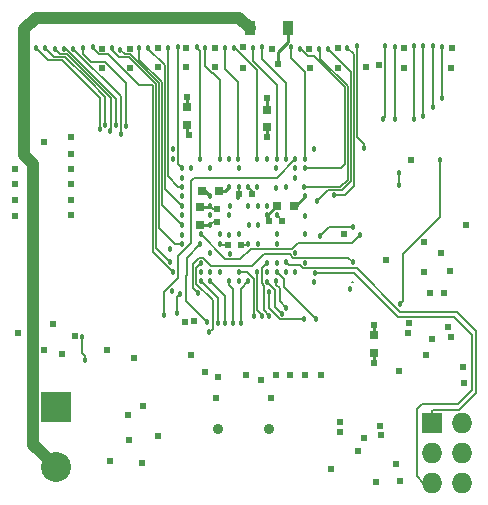
<source format=gbr>
%FSLAX46Y46*%
G04 Gerber Fmt 4.6, Leading zero omitted, Abs format (unit mm)*
G04 Created by KiCad (PCBNEW (2014-10-25 BZR 5223)-product) date 02/11/2014 18:34:45*
%MOMM*%
G01*
G04 APERTURE LIST*
%ADD10C,0.100000*%
%ADD11R,0.800000X0.750000*%
%ADD12R,0.750000X0.800000*%
%ADD13R,0.600000X0.500000*%
%ADD14R,0.500000X0.600000*%
%ADD15R,0.914400X1.219200*%
%ADD16R,2.540000X2.540000*%
%ADD17C,2.540000*%
%ADD18R,1.727200X1.727200*%
%ADD19O,1.727200X1.727200*%
%ADD20C,0.909320*%
%ADD21C,0.609600*%
%ADD22C,0.457199*%
%ADD23C,0.457200*%
%ADD24C,1.016000*%
%ADD25C,0.127000*%
%ADD26C,0.254000*%
G04 APERTURE END LIST*
D10*
D11*
X82810000Y-117530000D03*
X84310000Y-117530000D03*
D12*
X91050000Y-128500000D03*
X91050000Y-130000000D03*
D13*
X82150000Y-118850000D03*
X83250000Y-118850000D03*
X78700000Y-120850000D03*
X79800000Y-120850000D03*
X79650000Y-116500000D03*
X80750000Y-116500000D03*
D14*
X77750000Y-118900000D03*
X77750000Y-117800000D03*
D12*
X76300000Y-119150000D03*
X76300000Y-117650000D03*
D11*
X77950000Y-116300000D03*
X76450000Y-116300000D03*
D12*
X75250000Y-110700000D03*
X75250000Y-109200000D03*
X82000000Y-110900000D03*
X82000000Y-109400000D03*
D15*
X80511700Y-102500000D03*
X83788300Y-102500000D03*
D16*
X64100000Y-134610000D03*
D17*
X64100000Y-139690000D03*
D18*
X95980000Y-135910000D03*
D19*
X98520000Y-135910000D03*
X95980000Y-138450000D03*
X98520000Y-138450000D03*
X95980000Y-140990000D03*
X98520000Y-140990000D03*
D20*
X77800360Y-136399820D03*
X82199640Y-136399820D03*
D21*
X63134809Y-129750000D03*
D22*
X74000000Y-112750000D03*
X78820484Y-117582091D03*
X89000000Y-124550000D03*
D21*
X91050000Y-130850000D03*
X82000000Y-108400000D03*
X75250000Y-108350000D03*
D22*
X77194788Y-116744776D03*
X84367862Y-123129526D03*
X84379630Y-121517782D03*
D21*
X96750000Y-121500000D03*
X75050000Y-127400000D03*
X75850000Y-127300000D03*
X77800000Y-132000000D03*
D23*
X86001860Y-112737900D03*
X84388456Y-114351581D03*
X82000249Y-113539453D03*
X82770566Y-115992626D03*
X85202810Y-116742056D03*
X78799849Y-113539453D03*
X75575725Y-114336416D03*
X74799350Y-116739853D03*
X81200150Y-117539953D03*
X80428792Y-119167600D03*
X74812273Y-119973752D03*
X78747494Y-119987557D03*
X82798386Y-120742357D03*
X85210547Y-119950151D03*
X81976308Y-123186609D03*
X85984080Y-123979940D03*
X73941940Y-124787660D03*
X77999750Y-123140653D03*
D21*
X88000840Y-105851960D03*
X97609660Y-105849420D03*
X97622360Y-104152700D03*
X93596460Y-105877360D03*
X93609160Y-104165400D03*
X87980520Y-104165400D03*
X90403680Y-105796080D03*
X85595460Y-105836720D03*
X85582760Y-104233980D03*
X79994760Y-105862120D03*
X79994760Y-104099360D03*
X77597000Y-104152700D03*
X77571600Y-105808780D03*
X75158600Y-105796080D03*
X75158600Y-104193340D03*
X72801480Y-105821480D03*
X72776080Y-104152700D03*
X70365620Y-104233980D03*
X70403720Y-105849420D03*
X67980560Y-104233980D03*
X68008500Y-105849420D03*
X68484940Y-129746280D03*
X64621600Y-130068860D03*
X65706180Y-128593120D03*
X63902780Y-127518700D03*
X60890340Y-128301020D03*
X70758240Y-130399060D03*
X91658240Y-136967720D03*
X89659260Y-138334240D03*
X90166009Y-137217873D03*
X88211460Y-136683240D03*
X91516000Y-136180320D03*
X92933320Y-139436600D03*
X91246760Y-140968220D03*
X93917400Y-128339920D03*
X97580080Y-128614240D03*
X95926540Y-128830140D03*
X97290520Y-127778580D03*
X95458746Y-130181764D03*
X98603700Y-131205040D03*
X71500000Y-134450000D03*
X70300000Y-137350000D03*
X71400000Y-139350000D03*
X72800000Y-137050000D03*
X94150000Y-113700000D03*
X98850000Y-119200000D03*
X97450000Y-123050000D03*
X95250000Y-123150000D03*
X63125000Y-112175000D03*
X60675000Y-114425000D03*
X60675000Y-115725000D03*
X60675000Y-117025000D03*
X60675000Y-118375000D03*
X86575000Y-131875000D03*
X83975000Y-131875000D03*
X82725000Y-131875000D03*
X92100000Y-122100000D03*
D22*
X82800350Y-118359848D03*
X80390151Y-120750251D03*
X80409949Y-115949650D03*
X77199650Y-117559748D03*
X76404412Y-123145575D03*
D21*
X85250000Y-131900000D03*
X82300000Y-133800000D03*
X81450000Y-132250000D03*
X82399661Y-104300094D03*
X98654690Y-132567562D03*
X93276220Y-140866620D03*
X87370720Y-139794740D03*
X93135080Y-131486980D03*
X65425000Y-113125000D03*
X65425000Y-115725000D03*
D22*
X81200000Y-120742349D03*
X77994888Y-119955125D03*
X79567776Y-116770325D03*
X85171008Y-118392757D03*
D21*
X81950000Y-111750000D03*
X75350000Y-111550000D03*
D22*
X77189752Y-119150049D03*
X78789951Y-115949649D03*
X73780000Y-121170000D03*
X77199651Y-121560248D03*
X74800000Y-118350000D03*
X74820367Y-115182230D03*
X81176064Y-115913422D03*
X85204953Y-122355984D03*
X83580044Y-123182530D03*
X82800000Y-122350000D03*
D21*
X95300000Y-120600000D03*
X88150000Y-135850000D03*
X95750000Y-124950000D03*
X65425000Y-114425000D03*
X88550000Y-119900000D03*
D22*
X82000000Y-117550000D03*
X77989851Y-120750250D03*
X78850000Y-121600000D03*
X79605094Y-115944958D03*
X77179349Y-118318089D03*
X77189752Y-119150049D03*
X77200000Y-123150000D03*
X79600000Y-123950000D03*
X82820756Y-119918170D03*
X73997828Y-113550000D03*
X77204455Y-114354482D03*
X79590051Y-114349451D03*
X82794924Y-114345039D03*
X83600000Y-115950000D03*
X84390652Y-115149550D03*
D21*
X91506030Y-105600000D03*
X91050000Y-127650000D03*
X93998680Y-127438220D03*
X65425000Y-111675000D03*
D22*
X81200000Y-119150000D03*
X80400000Y-117550000D03*
X79600000Y-119950000D03*
X82000249Y-118340052D03*
X78767892Y-118329564D03*
D21*
X75535766Y-130175091D03*
X68700000Y-139150000D03*
X65425000Y-118325000D03*
X80250000Y-131900000D03*
X77700000Y-133800000D03*
X76750000Y-131650000D03*
X70200000Y-135250000D03*
X65425000Y-117025000D03*
X96950000Y-124950000D03*
D22*
X93150000Y-115800000D03*
X93150000Y-114750000D03*
D21*
X82900000Y-105550000D03*
D23*
X62440820Y-104173020D03*
X67867281Y-111069548D03*
X68303140Y-110680550D03*
X63197740Y-104150160D03*
X64018160Y-104233980D03*
X68727320Y-111183420D03*
X69199749Y-110680550D03*
X64808100Y-104233980D03*
X65575180Y-104231440D03*
X69618850Y-111490760D03*
X70037960Y-110810040D03*
X66408300Y-104185720D03*
X92001340Y-104018080D03*
X91826080Y-110159840D03*
X92788740Y-104053640D03*
X92788740Y-110159840D03*
X94452440Y-110167420D03*
X94416880Y-104030780D03*
X95204280Y-104013000D03*
X95222060Y-109966760D03*
X96009460Y-104048560D03*
X96027240Y-109161580D03*
X96814640Y-104099360D03*
X96832420Y-108389420D03*
D22*
X83600450Y-122340551D03*
X73240000Y-126800000D03*
X84395689Y-113554324D03*
X74370000Y-126642948D03*
X74600000Y-125000000D03*
X86065141Y-123239870D03*
D23*
X66364123Y-128650057D03*
X66607880Y-130592100D03*
D22*
X76399551Y-119960049D03*
X89860000Y-120010000D03*
X77200000Y-123950000D03*
X78450000Y-127500000D03*
X80420853Y-123918215D03*
X79750000Y-127500000D03*
X78800000Y-123950000D03*
X79100000Y-127500000D03*
X76350000Y-120800000D03*
X76950000Y-127400000D03*
X76400000Y-122350000D03*
X77100000Y-128250000D03*
X86120143Y-127104434D03*
D23*
X82800000Y-123150000D03*
X80900000Y-126850000D03*
X79600000Y-123150000D03*
D22*
X81138104Y-123105616D03*
D23*
X81550000Y-126850000D03*
D22*
X93280891Y-125850000D03*
X83602764Y-126196262D03*
D23*
X96650000Y-113650000D03*
X82779364Y-123918008D03*
D22*
X81966743Y-122397957D03*
D23*
X82200000Y-126850000D03*
X85100000Y-127100000D03*
X82169108Y-124859433D03*
D22*
X89250000Y-122300000D03*
X76143510Y-124906490D03*
X77800000Y-127500000D03*
X76400000Y-123950000D03*
X83255405Y-126665975D03*
D23*
X82031835Y-123970711D03*
D22*
X74000000Y-123150000D03*
D23*
X67231260Y-104134920D03*
D22*
X73755088Y-122303359D03*
D23*
X68826380Y-104203500D03*
D22*
X74820003Y-120782513D03*
D23*
X69575680Y-104338120D03*
X71188580Y-104160320D03*
X74798903Y-119159488D03*
X71950580Y-104167940D03*
X74789453Y-117549850D03*
X73591420Y-104167940D03*
X74799350Y-115939754D03*
X74442320Y-104137460D03*
X74816478Y-114377718D03*
X76024740Y-104137460D03*
X76358584Y-113606231D03*
X76758800Y-104195880D03*
X77999750Y-113539453D03*
X78458060Y-104167940D03*
X79570580Y-113576100D03*
X79220060Y-104167940D03*
X81180454Y-113580520D03*
X80772000Y-104167940D03*
X82810247Y-113549350D03*
D22*
X83600000Y-113550000D03*
D23*
X81592420Y-104079040D03*
X84025740Y-104137460D03*
X85210547Y-113549351D03*
X84759800Y-104226360D03*
X85210548Y-114349449D03*
X86408260Y-104226360D03*
X85163873Y-115974209D03*
D22*
X86249383Y-117149383D03*
D23*
X87170260Y-104226360D03*
D22*
X87650000Y-116652059D03*
D23*
X88783160Y-104155240D03*
D22*
X90162085Y-112612085D03*
X89300000Y-119350000D03*
X86500000Y-120100000D03*
D23*
X89588340Y-104028240D03*
D24*
X80511700Y-102500000D02*
X80511700Y-102461700D01*
X80511700Y-102461700D02*
X79650000Y-101600000D01*
X79650000Y-101600000D02*
X62400000Y-101600000D01*
X62400000Y-101600000D02*
X61400000Y-102600000D01*
X61400000Y-102600000D02*
X61400000Y-113211304D01*
X61400000Y-113211304D02*
X62194999Y-114006303D01*
X62194999Y-114006303D02*
X62194999Y-137784999D01*
X62194999Y-137784999D02*
X62830001Y-138420001D01*
X62830001Y-138420001D02*
X64100000Y-139690000D01*
X64100000Y-139690000D02*
X62150000Y-137740000D01*
D25*
X89152573Y-123979940D02*
X89229940Y-123979940D01*
D26*
X91050000Y-130000000D02*
X91050000Y-130850000D01*
X82000000Y-109400000D02*
X82000000Y-108400000D01*
X75250000Y-109200000D02*
X75250000Y-108350000D01*
X76300000Y-117650000D02*
X77109398Y-117650000D01*
X77109398Y-117650000D02*
X77199650Y-117559748D01*
X76450000Y-116300000D02*
X76750012Y-116300000D01*
X76750012Y-116300000D02*
X77194788Y-116744776D01*
X84310000Y-117530000D02*
X84414866Y-117530000D01*
X84414866Y-117530000D02*
X85202810Y-116742056D01*
D25*
X83250000Y-118809498D02*
X82800350Y-118359848D01*
X83250000Y-118850000D02*
X83250000Y-118809498D01*
X80290402Y-120850000D02*
X80390151Y-120750251D01*
X79800000Y-120850000D02*
X80290402Y-120850000D01*
X80750000Y-116289701D02*
X80409949Y-115949650D01*
X80750000Y-116500000D02*
X80750000Y-116289701D01*
X77439902Y-117800000D02*
X77199650Y-117559748D01*
X77750000Y-117800000D02*
X77439902Y-117800000D01*
D26*
X82000000Y-110900000D02*
X82000000Y-111700000D01*
X82000000Y-111700000D02*
X81950000Y-111750000D01*
X75250000Y-110700000D02*
X75250000Y-111450000D01*
X75250000Y-111450000D02*
X75350000Y-111550000D01*
X76300000Y-119150000D02*
X77189703Y-119150000D01*
X77189703Y-119150000D02*
X77189752Y-119150049D01*
X77950000Y-116300000D02*
X78439600Y-116300000D01*
X78439600Y-116300000D02*
X78789951Y-115949649D01*
D25*
X78089601Y-120850000D02*
X77989851Y-120750250D01*
X78700000Y-120850000D02*
X78089601Y-120850000D01*
X79650000Y-115989864D02*
X79605094Y-115944958D01*
X79650000Y-116500000D02*
X79650000Y-115989864D01*
X77439801Y-118900000D02*
X77189752Y-119150049D01*
X77750000Y-118900000D02*
X77439801Y-118900000D01*
D26*
X91050000Y-128500000D02*
X91050000Y-127650000D01*
X82810000Y-117530000D02*
X82810000Y-117530301D01*
X82810000Y-117530301D02*
X82000249Y-118340052D01*
D25*
X82150000Y-118489803D02*
X82000249Y-118340052D01*
X82150000Y-118850000D02*
X82150000Y-118489803D01*
X93150000Y-114750000D02*
X93150000Y-115800000D01*
D26*
X83788300Y-102500000D02*
X83788300Y-103660650D01*
X83788300Y-103660650D02*
X82900000Y-104548950D01*
X82900000Y-104548950D02*
X82900000Y-105550000D01*
D25*
X63428900Y-105161100D02*
X63849457Y-105161101D01*
X62440820Y-104173020D02*
X63428900Y-105161100D01*
X63849457Y-105161101D02*
X64610001Y-105161101D01*
X67867281Y-108418381D02*
X67867281Y-111069548D01*
X64610001Y-105161101D02*
X67867281Y-108418381D01*
X68303140Y-108298118D02*
X66878200Y-106873178D01*
X68303140Y-110680550D02*
X68303140Y-108298118D01*
X63954671Y-104907091D02*
X63197740Y-104150160D01*
X64912113Y-104907091D02*
X63954671Y-104907091D01*
X66878200Y-106873178D02*
X64912113Y-104907091D01*
X64437261Y-104653081D02*
X64996061Y-104653081D01*
X64018160Y-104233980D02*
X64437261Y-104653081D01*
X64996061Y-104653081D02*
X65017327Y-104653081D01*
X68780648Y-111130092D02*
X68727320Y-111183420D01*
X68780648Y-108416402D02*
X68780648Y-111130092D01*
X65017327Y-104653081D02*
X68780648Y-108416402D01*
X64957450Y-104233980D02*
X64808100Y-104233980D01*
X69199749Y-108476279D02*
X64957450Y-104233980D01*
X69199749Y-110680550D02*
X69199749Y-108476279D01*
X69618859Y-111490751D02*
X69618850Y-111490760D01*
X69618859Y-108275119D02*
X69618859Y-111490751D01*
X65575180Y-104231440D02*
X69618859Y-108275119D01*
X66408300Y-104705336D02*
X67057083Y-105354119D01*
X67057083Y-105354119D02*
X68246245Y-105354119D01*
X68246245Y-105354119D02*
X70037960Y-107145834D01*
X66408300Y-104185720D02*
X66408300Y-104705336D01*
X70037960Y-110810040D02*
X70037960Y-107145834D01*
X92001340Y-109984580D02*
X91826080Y-110159840D01*
X92001340Y-104018080D02*
X92001340Y-109984580D01*
X92788740Y-104053640D02*
X92788740Y-110159840D01*
X94452440Y-104066340D02*
X94416880Y-104030780D01*
X94452440Y-110167420D02*
X94452440Y-104066340D01*
X95204280Y-109948980D02*
X95222060Y-109966760D01*
X95204280Y-104013000D02*
X95204280Y-109948980D01*
X96009460Y-109143800D02*
X96027240Y-109161580D01*
X96009460Y-104048560D02*
X96009460Y-109143800D01*
X96814640Y-108371640D02*
X96832420Y-108389420D01*
X96814640Y-104099360D02*
X96814640Y-108371640D01*
X83600450Y-122340551D02*
X83829048Y-122569149D01*
X83829048Y-122569149D02*
X84797848Y-122569149D01*
X84797848Y-122569149D02*
X85049469Y-122820770D01*
X99700000Y-128150000D02*
X99700000Y-133400000D01*
X85049469Y-122820770D02*
X89570770Y-122820770D01*
X93250000Y-126500000D02*
X98050000Y-126500000D01*
X89570770Y-122820770D02*
X93250000Y-126500000D01*
X98050000Y-126500000D02*
X99700000Y-128150000D01*
X99700000Y-133400000D02*
X98250000Y-134850000D01*
X98250000Y-134850000D02*
X96049400Y-134850000D01*
X96049400Y-134850000D02*
X95980000Y-134919400D01*
X95980000Y-134919400D02*
X95980000Y-135910000D01*
X75550000Y-120700000D02*
X74419101Y-121830899D01*
X74419101Y-121830899D02*
X74419101Y-123690229D01*
X74419101Y-123690229D02*
X73240000Y-124869330D01*
X73240000Y-124869330D02*
X73240000Y-126800000D01*
X75550000Y-115400000D02*
X75550000Y-120700000D01*
X75800000Y-115150000D02*
X75550000Y-115400000D01*
X75850000Y-115150000D02*
X75800000Y-115150000D01*
X82800013Y-115150000D02*
X75850000Y-115150000D01*
X84395689Y-113554324D02*
X82800013Y-115150000D01*
X74600000Y-125000000D02*
X74371402Y-125228598D01*
X74371402Y-125228598D02*
X74371402Y-126641546D01*
X74371402Y-126641546D02*
X74370000Y-126642948D01*
X95980000Y-140990000D02*
X95240000Y-140990000D01*
X95240000Y-140990000D02*
X94700000Y-140450000D01*
X94700000Y-140450000D02*
X94700000Y-134750000D01*
X94700000Y-134750000D02*
X95100000Y-134350000D01*
X95100000Y-134350000D02*
X98150000Y-134350000D01*
X97792919Y-126942919D02*
X93092919Y-126942919D01*
X98150000Y-134350000D02*
X99345990Y-133154010D01*
X99345990Y-133154010D02*
X99345990Y-128495990D01*
X99345990Y-128495990D02*
X97792919Y-126942919D01*
X93092919Y-126942919D02*
X89389870Y-123239870D01*
X89389870Y-123239870D02*
X86065141Y-123239870D01*
X66364123Y-129950929D02*
X66364123Y-128650057D01*
X66364123Y-130025054D02*
X66364123Y-129950929D01*
X66607880Y-130268811D02*
X66364123Y-130025054D01*
X66607880Y-130592100D02*
X66607880Y-130268811D01*
X76399551Y-119960049D02*
X78458603Y-122019101D01*
X78458603Y-122019101D02*
X79741572Y-122019101D01*
X79741572Y-122019101D02*
X80599215Y-121161458D01*
X80599215Y-121161458D02*
X84115685Y-121161458D01*
X84115685Y-121161458D02*
X84608042Y-120669101D01*
X84608042Y-120669101D02*
X89200899Y-120669101D01*
X89200899Y-120669101D02*
X89631402Y-120238598D01*
X89631402Y-120238598D02*
X89860000Y-120010000D01*
X78450000Y-125200000D02*
X78450000Y-127500000D01*
X77200000Y-123950000D02*
X78450000Y-125200000D01*
X79750000Y-124589068D02*
X79750000Y-127500000D01*
X80420853Y-123918215D02*
X79750000Y-124589068D01*
X79100000Y-124573287D02*
X79100000Y-127500000D01*
X78800000Y-124273287D02*
X79100000Y-124573287D01*
X78800000Y-123950000D02*
X78800000Y-124273287D01*
X76350000Y-120800000D02*
X75227183Y-121922817D01*
X75227183Y-121922817D02*
X75227183Y-123360588D01*
X75227183Y-123360588D02*
X75156312Y-123431459D01*
X75156312Y-123431459D02*
X75156312Y-125606312D01*
X75156312Y-125606312D02*
X75227183Y-125677183D01*
X75227183Y-125677183D02*
X76950000Y-127400000D01*
X76400000Y-122350000D02*
X75980900Y-122769100D01*
X75980900Y-124151170D02*
X75980900Y-122769100D01*
X77380900Y-125551170D02*
X75980900Y-124151170D01*
X77380900Y-127969100D02*
X77380900Y-125551170D01*
X77100000Y-128250000D02*
X77380900Y-127969100D01*
X83400000Y-123750000D02*
X83400000Y-124400000D01*
X82800000Y-123150000D02*
X83400000Y-123750000D01*
X83400000Y-124400000D02*
X83415709Y-124400000D01*
X83415709Y-124400000D02*
X86120143Y-127104434D01*
X80900000Y-125900000D02*
X80900000Y-126850000D01*
X79600000Y-123150000D02*
X80272908Y-123150000D01*
X80272908Y-123150000D02*
X80900000Y-123777092D01*
X80900000Y-123777092D02*
X80900000Y-125900000D01*
X81550000Y-126850000D02*
X81550000Y-126800000D01*
X81550000Y-126800000D02*
X81154010Y-126404010D01*
X81154010Y-126404010D02*
X81154010Y-123671878D01*
X81154010Y-123671878D02*
X81138104Y-123655972D01*
X81138104Y-123655972D02*
X81138104Y-123105616D01*
X93280891Y-125850000D02*
X93509489Y-125621402D01*
X93509489Y-125621402D02*
X93509489Y-121657465D01*
X93509489Y-121657465D02*
X96650000Y-118516954D01*
X96650000Y-118516954D02*
X96650000Y-114000000D01*
X96650000Y-114000000D02*
X96650000Y-113650000D01*
X83050000Y-124511933D02*
X83050000Y-125643498D01*
X83050000Y-125643498D02*
X83602764Y-126196262D01*
X82779364Y-123918008D02*
X82779364Y-124241297D01*
X82779364Y-124241297D02*
X83050000Y-124511933D01*
X81966743Y-122397957D02*
X81557207Y-122807493D01*
X81557207Y-122807493D02*
X81557207Y-124116353D01*
X81557207Y-124116353D02*
X81750000Y-124309146D01*
X81750000Y-124309146D02*
X81750000Y-126400000D01*
X81750000Y-126400000D02*
X82200000Y-126850000D01*
X82169108Y-126172386D02*
X83096722Y-127100000D01*
X83096722Y-127100000D02*
X85100000Y-127100000D01*
X82169108Y-124859433D02*
X82169108Y-126172386D01*
X84178461Y-121936883D02*
X88886883Y-121936883D01*
X88886883Y-121936883D02*
X89250000Y-122300000D01*
X75700000Y-122429731D02*
X75700000Y-124462980D01*
X75700000Y-124462980D02*
X76143510Y-124906490D01*
X77449301Y-122610000D02*
X77280270Y-122610000D01*
X77280270Y-122610000D02*
X76601170Y-121930900D01*
X76601170Y-121930900D02*
X76198831Y-121930900D01*
X76198831Y-121930900D02*
X75700000Y-122429731D01*
X81710000Y-121662000D02*
X83903578Y-121662000D01*
X83903578Y-121662000D02*
X84178461Y-121936883D01*
X77449301Y-122610000D02*
X80762000Y-122610000D01*
X80762000Y-122610000D02*
X81710000Y-121662000D01*
X77800000Y-126150000D02*
X77800000Y-127500000D01*
X77800000Y-125350000D02*
X77800000Y-126150000D01*
X76400000Y-123950000D02*
X77800000Y-125350000D01*
X82700000Y-126023119D02*
X82700000Y-126110570D01*
X82700000Y-126110570D02*
X83255405Y-126665975D01*
X82031835Y-123970711D02*
X82700000Y-124638876D01*
X82700000Y-124638876D02*
X82700000Y-126023119D01*
X74000000Y-123150000D02*
X72308671Y-121458671D01*
X72308671Y-121458671D02*
X72308670Y-120669901D01*
X72308670Y-120669901D02*
X72308669Y-120229316D01*
X72308669Y-120229316D02*
X72308669Y-107353761D01*
X72308669Y-107353761D02*
X71175015Y-107353761D01*
X71175015Y-107353761D02*
X68550535Y-104729281D01*
X67742815Y-104729281D02*
X67231260Y-104217726D01*
X68550535Y-104729281D02*
X67742815Y-104729281D01*
X67231260Y-104217726D02*
X67231260Y-104134920D01*
X73755088Y-122303359D02*
X72562680Y-121110951D01*
X72562680Y-121110951D02*
X72562679Y-107248547D01*
X72562679Y-107248547D02*
X70297423Y-104983291D01*
X70297423Y-104983291D02*
X69474091Y-104983291D01*
X69474091Y-104983291D02*
X68826380Y-104335580D01*
X68826380Y-104335580D02*
X68826380Y-104203500D01*
X73675416Y-120275416D02*
X74182513Y-120782513D01*
X74182513Y-120782513D02*
X74820003Y-120782513D01*
X73675416Y-120274584D02*
X73675416Y-120275416D01*
X69575680Y-104338120D02*
X69966841Y-104729281D01*
X69966841Y-104729281D02*
X70402637Y-104729281D01*
X70402637Y-104729281D02*
X72816689Y-107143333D01*
X72816689Y-107143333D02*
X72816689Y-119415857D01*
X72816689Y-119415857D02*
X73675416Y-120274584D01*
X73070699Y-107038119D02*
X71188580Y-105156000D01*
X71188580Y-105156000D02*
X71188580Y-104160320D01*
X74798903Y-119159488D02*
X73070699Y-117431284D01*
X73070699Y-117431284D02*
X73070699Y-107038119D01*
X73324709Y-114501048D02*
X73324709Y-105611663D01*
X73324709Y-105611663D02*
X71950580Y-104237534D01*
X71950580Y-104237534D02*
X71950580Y-104167940D01*
X74789453Y-117549850D02*
X73324709Y-116085106D01*
X73324709Y-116085106D02*
X73324709Y-114501048D01*
X74799350Y-115939754D02*
X74476061Y-115939754D01*
X74476061Y-115939754D02*
X73578719Y-115042412D01*
X73578719Y-115042412D02*
X73578719Y-104180641D01*
X73578719Y-104180641D02*
X73591420Y-104167940D01*
X74816478Y-114377718D02*
X74451012Y-114012252D01*
X74451012Y-114012252D02*
X74451012Y-104146152D01*
X74451012Y-104146152D02*
X74442320Y-104137460D01*
X76358584Y-113606231D02*
X76358584Y-104471304D01*
X76358584Y-104471304D02*
X76024740Y-104137460D01*
X77999750Y-106881770D02*
X77422061Y-106304081D01*
X77422061Y-106304081D02*
X77333855Y-106304081D01*
X77333855Y-106304081D02*
X76758800Y-105729026D01*
X76758800Y-105729026D02*
X76758800Y-104195880D01*
X77999750Y-113539453D02*
X77999750Y-106881770D01*
X79570580Y-107066080D02*
X78458060Y-105953560D01*
X78458060Y-105953560D02*
X78458060Y-104167940D01*
X79570580Y-113576100D02*
X79570580Y-107066080D01*
X81180454Y-113580520D02*
X81180454Y-106048344D01*
X81180454Y-106048344D02*
X79300050Y-104167940D01*
X79300050Y-104167940D02*
X79220060Y-104167940D01*
X82810247Y-107318913D02*
X80772000Y-105280666D01*
X80772000Y-105280666D02*
X80772000Y-104167940D01*
X82810247Y-113549350D02*
X82810247Y-107318913D01*
X83600000Y-107110240D02*
X81592420Y-105102660D01*
X83600000Y-113550000D02*
X83600000Y-107110240D01*
X81592420Y-105102660D02*
X81592420Y-104079040D01*
X84041994Y-105016300D02*
X84041994Y-104153714D01*
X84041994Y-104153714D02*
X84025740Y-104137460D01*
X85210547Y-113549351D02*
X85210547Y-106184853D01*
X85210547Y-106184853D02*
X84041994Y-105016300D01*
X85579486Y-104871520D02*
X85487254Y-104871520D01*
X85928130Y-104871520D02*
X85579486Y-104871520D01*
X85487254Y-104871520D02*
X84842094Y-104226360D01*
X84842094Y-104226360D02*
X84759800Y-104226360D01*
X88572300Y-114035718D02*
X88572300Y-107515690D01*
X88572300Y-107515690D02*
X85928130Y-104871520D01*
X88258569Y-114349449D02*
X88572300Y-114035718D01*
X85210548Y-114349449D02*
X88258569Y-114349449D01*
X86497160Y-105081326D02*
X86497160Y-104315260D01*
X86497160Y-104315260D02*
X86408260Y-104226360D01*
X88826310Y-115349050D02*
X88826310Y-107410476D01*
X88826310Y-107410476D02*
X86497160Y-105081326D01*
X85491893Y-115978940D02*
X88196420Y-115978940D01*
X88196420Y-115978940D02*
X88826310Y-115349050D01*
X85163873Y-115974209D02*
X85487162Y-115974209D01*
X85487162Y-115974209D02*
X85491893Y-115978940D01*
X86249383Y-117149383D02*
X87165816Y-116232950D01*
X87165816Y-116232950D02*
X88301634Y-116232950D01*
X88301634Y-116232950D02*
X89080320Y-115454264D01*
X89080320Y-115454264D02*
X89080320Y-106198394D01*
X87341966Y-104460040D02*
X87341966Y-104398066D01*
X87341966Y-104398066D02*
X87170260Y-104226360D01*
X89080320Y-106198394D02*
X87341966Y-104460040D01*
X87650000Y-116652059D02*
X88582271Y-116652059D01*
X88582271Y-116652059D02*
X89334330Y-115900000D01*
X89334330Y-115900000D02*
X89334330Y-104706410D01*
X89334330Y-104706410D02*
X88783160Y-104155240D01*
X89588340Y-111553123D02*
X89588340Y-104028240D01*
X90162085Y-112612085D02*
X90162085Y-112288798D01*
X90162085Y-112288798D02*
X89588340Y-111715053D01*
X89588340Y-111715053D02*
X89588340Y-111553123D01*
X86500000Y-120100000D02*
X87250000Y-119350000D01*
X87250000Y-119350000D02*
X89300000Y-119350000D01*
M02*

</source>
